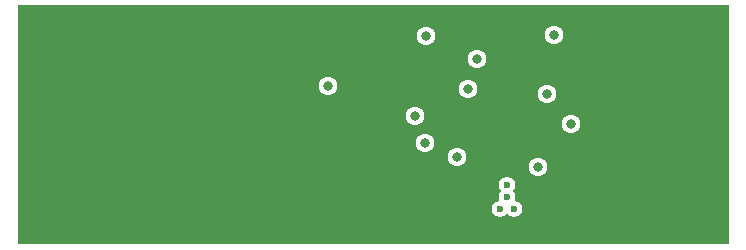
<source format=gbr>
%FSLAX34Y34*%
%MOMM*%
%LNCOPPER_INNER1*%
G71*
G01*
%ADD10C,1.600*%
%ADD11C,1.400*%
%ADD12C,0.600*%
%ADD13C,0.800*%
%LPD*%
G36*
X0Y1000000D02*
X602000Y1000000D01*
X602000Y798000D01*
X0Y798000D01*
X0Y1000000D01*
G37*
%LPC*%
X468500Y899300D02*
G54D10*
D03*
X454300Y974800D02*
G54D10*
D03*
X408100Y827300D02*
G54D11*
D03*
X413900Y847700D02*
G54D11*
D03*
X413800Y837900D02*
G54D11*
D03*
X420000Y827600D02*
G54D11*
D03*
X344830Y883298D02*
G54D10*
D03*
X440600Y863200D02*
G54D10*
D03*
X371975Y871329D02*
G54D10*
D03*
X389000Y954900D02*
G54D10*
D03*
X336200Y906000D02*
G54D10*
D03*
X345300Y974000D02*
G54D10*
D03*
X262256Y931891D02*
G54D10*
D03*
X381400Y929600D02*
G54D10*
D03*
X448400Y925300D02*
G54D10*
D03*
%LPD*%
X394019Y912595D02*
G54D12*
D03*
X400019Y912595D02*
G54D12*
D03*
X406019Y912595D02*
G54D12*
D03*
X412019Y912595D02*
G54D12*
D03*
X394019Y906595D02*
G54D12*
D03*
X400019Y906595D02*
G54D12*
D03*
X406019Y906595D02*
G54D12*
D03*
X412019Y906595D02*
G54D12*
D03*
X394019Y900595D02*
G54D12*
D03*
X400019Y900595D02*
G54D12*
D03*
X406019Y900595D02*
G54D12*
D03*
X412019Y900595D02*
G54D12*
D03*
X394019Y894595D02*
G54D12*
D03*
X400019Y894595D02*
G54D12*
D03*
X406019Y894595D02*
G54D12*
D03*
X412019Y894595D02*
G54D12*
D03*
X418019Y912595D02*
G54D12*
D03*
X424019Y912595D02*
G54D12*
D03*
X418019Y906595D02*
G54D12*
D03*
X424019Y906595D02*
G54D12*
D03*
X418019Y900595D02*
G54D12*
D03*
X424019Y900595D02*
G54D12*
D03*
X418019Y894595D02*
G54D12*
D03*
X424019Y894595D02*
G54D12*
D03*
X394019Y888595D02*
G54D12*
D03*
X400019Y888595D02*
G54D12*
D03*
X406019Y888595D02*
G54D12*
D03*
X412019Y888595D02*
G54D12*
D03*
X394019Y882595D02*
G54D12*
D03*
X400019Y882595D02*
G54D12*
D03*
X406019Y882595D02*
G54D12*
D03*
X412019Y882595D02*
G54D12*
D03*
X418019Y888595D02*
G54D12*
D03*
X424019Y888595D02*
G54D12*
D03*
X418019Y882595D02*
G54D12*
D03*
X424019Y882595D02*
G54D12*
D03*
X452364Y914113D02*
G54D12*
D03*
X485864Y915113D02*
G54D12*
D03*
X485864Y921113D02*
G54D12*
D03*
X485864Y927113D02*
G54D12*
D03*
X495357Y932076D02*
G54D12*
D03*
X495396Y938314D02*
G54D12*
D03*
X491774Y926878D02*
G54D12*
D03*
X468500Y899300D02*
G54D13*
D03*
X454300Y974800D02*
G54D13*
D03*
X408100Y827300D02*
G54D12*
D03*
X413900Y847700D02*
G54D12*
D03*
X413800Y837900D02*
G54D12*
D03*
X420000Y827600D02*
G54D12*
D03*
X344830Y883298D02*
G54D13*
D03*
X493084Y881954D02*
G54D12*
D03*
X498814Y884192D02*
G54D12*
D03*
X504176Y887167D02*
G54D12*
D03*
X509079Y890862D02*
G54D12*
D03*
X513331Y895238D02*
G54D12*
D03*
X516906Y900134D02*
G54D12*
D03*
X519682Y905619D02*
G54D12*
D03*
X521925Y911318D02*
G54D12*
D03*
X524574Y916790D02*
G54D12*
D03*
X527901Y921917D02*
G54D12*
D03*
X531720Y926693D02*
G54D12*
D03*
X536093Y930911D02*
G54D12*
D03*
X540948Y934548D02*
G54D12*
D03*
X546146Y937618D02*
G54D12*
D03*
X551718Y940056D02*
G54D12*
D03*
X557516Y941841D02*
G54D12*
D03*
X563530Y942901D02*
G54D12*
D03*
X574514Y939183D02*
G54D12*
D03*
X580836Y939216D02*
G54D12*
D03*
X586961Y939348D02*
G54D12*
D03*
X593255Y939269D02*
G54D12*
D03*
X593322Y927339D02*
G54D12*
D03*
X573542Y960664D02*
G54D12*
D03*
X579631Y960656D02*
G54D12*
D03*
X585776Y960716D02*
G54D12*
D03*
X591966Y960751D02*
G54D12*
D03*
X595437Y965817D02*
G54D12*
D03*
X576584Y966053D02*
G54D12*
D03*
X582920Y966438D02*
G54D12*
D03*
X502401Y879253D02*
G54D12*
D03*
X513022Y873567D02*
G54D12*
D03*
X571905Y860641D02*
G54D12*
D03*
X577969Y860618D02*
G54D12*
D03*
X584001Y860624D02*
G54D12*
D03*
X590039Y860630D02*
G54D12*
D03*
X596080Y860618D02*
G54D12*
D03*
X594379Y866464D02*
G54D12*
D03*
X593873Y872464D02*
G54D12*
D03*
X593873Y879164D02*
G54D12*
D03*
X593873Y885264D02*
G54D12*
D03*
X593873Y892264D02*
G54D12*
D03*
X593873Y899264D02*
G54D12*
D03*
X593873Y906264D02*
G54D12*
D03*
X593873Y913264D02*
G54D12*
D03*
X593873Y920264D02*
G54D12*
D03*
X507867Y876704D02*
G54D12*
D03*
X576094Y866337D02*
G54D12*
D03*
X582104Y866352D02*
G54D12*
D03*
X588311Y866381D02*
G54D12*
D03*
X485640Y865805D02*
G54D12*
D03*
X491022Y868743D02*
G54D12*
D03*
X493272Y850445D02*
G54D12*
D03*
X570833Y839566D02*
G54D12*
D03*
X576854Y839341D02*
G54D12*
D03*
X582913Y839312D02*
G54D12*
D03*
X589016Y839337D02*
G54D12*
D03*
X595117Y839384D02*
G54D12*
D03*
X573597Y834213D02*
G54D12*
D03*
X579844Y834102D02*
G54D12*
D03*
X585989Y834006D02*
G54D12*
D03*
X592020Y834168D02*
G54D12*
D03*
X467610Y865896D02*
G54D12*
D03*
X479616Y865896D02*
G54D12*
D03*
X473587Y865871D02*
G54D12*
D03*
X579873Y921264D02*
G54D12*
D03*
X567873Y921264D02*
G54D12*
D03*
X554873Y921264D02*
G54D12*
D03*
X554873Y908264D02*
G54D12*
D03*
X567873Y908264D02*
G54D12*
D03*
X579873Y908264D02*
G54D12*
D03*
X554873Y895264D02*
G54D12*
D03*
X567873Y895264D02*
G54D12*
D03*
X579873Y895264D02*
G54D12*
D03*
X579873Y881264D02*
G54D12*
D03*
X567628Y881609D02*
G54D12*
D03*
X554873Y881264D02*
G54D12*
D03*
X540873Y881264D02*
G54D12*
D03*
X540873Y895264D02*
G54D12*
D03*
X541873Y908264D02*
G54D12*
D03*
X547873Y874264D02*
G54D12*
D03*
X561873Y873264D02*
G54D12*
D03*
X573873Y872264D02*
G54D12*
D03*
X584873Y872264D02*
G54D12*
D03*
X466373Y972264D02*
G54D12*
D03*
X499373Y965264D02*
G54D12*
D03*
X511373Y959264D02*
G54D12*
D03*
X525873Y968264D02*
G54D12*
D03*
X547873Y976264D02*
G54D12*
D03*
X570873Y977264D02*
G54D12*
D03*
X582438Y977273D02*
G54D12*
D03*
X521873Y980264D02*
G54D12*
D03*
X501873Y978264D02*
G54D12*
D03*
X467873Y979264D02*
G54D12*
D03*
X483873Y979264D02*
G54D12*
D03*
X474373Y979264D02*
G54D12*
D03*
X475087Y972058D02*
G54D12*
D03*
X492373Y972264D02*
G54D12*
D03*
X486690Y964926D02*
G54D12*
D03*
X513310Y969628D02*
G54D12*
D03*
X535873Y979264D02*
G54D12*
D03*
X440600Y863200D02*
G54D13*
D03*
X498995Y852679D02*
G54D12*
D03*
X512761Y836608D02*
G54D12*
D03*
X368605Y806050D02*
G54D12*
D03*
X361046Y806502D02*
G54D12*
D03*
X371975Y871329D02*
G54D13*
D03*
X404542Y817820D02*
G54D12*
D03*
X404619Y805042D02*
G54D12*
D03*
X416729Y806012D02*
G54D12*
D03*
X426729Y806512D02*
G54D12*
D03*
X436729Y806512D02*
G54D12*
D03*
X446729Y806512D02*
G54D12*
D03*
X456729Y806512D02*
G54D12*
D03*
X466729Y806512D02*
G54D12*
D03*
X476729Y806512D02*
G54D12*
D03*
X486729Y806512D02*
G54D12*
D03*
X496729Y806512D02*
G54D12*
D03*
X506729Y806512D02*
G54D12*
D03*
X516729Y806512D02*
G54D12*
D03*
X526729Y806512D02*
G54D12*
D03*
X536729Y806512D02*
G54D12*
D03*
X546729Y806512D02*
G54D12*
D03*
X556729Y806512D02*
G54D12*
D03*
X566729Y806512D02*
G54D12*
D03*
X576729Y806512D02*
G54D12*
D03*
X586729Y806512D02*
G54D12*
D03*
X593600Y827000D02*
G54D12*
D03*
X593600Y817000D02*
G54D12*
D03*
X593600Y807000D02*
G54D12*
D03*
X536729Y991512D02*
G54D12*
D03*
X546729Y991512D02*
G54D12*
D03*
X556729Y991512D02*
G54D12*
D03*
X566729Y991512D02*
G54D12*
D03*
X576729Y991512D02*
G54D12*
D03*
X586729Y991512D02*
G54D12*
D03*
X593601Y991622D02*
G54D12*
D03*
X593601Y981622D02*
G54D12*
D03*
X593601Y971623D02*
G54D12*
D03*
X476729Y991512D02*
G54D12*
D03*
X486729Y991512D02*
G54D12*
D03*
X496729Y991512D02*
G54D12*
D03*
X506729Y991512D02*
G54D12*
D03*
X516729Y991512D02*
G54D12*
D03*
X526729Y991512D02*
G54D12*
D03*
X416729Y991512D02*
G54D12*
D03*
X426729Y991512D02*
G54D12*
D03*
X436729Y991512D02*
G54D12*
D03*
X446729Y991512D02*
G54D12*
D03*
X456729Y991512D02*
G54D12*
D03*
X466729Y991512D02*
G54D12*
D03*
X356729Y991512D02*
G54D12*
D03*
X366729Y991512D02*
G54D12*
D03*
X376729Y991512D02*
G54D12*
D03*
X386729Y991512D02*
G54D12*
D03*
X396729Y991512D02*
G54D12*
D03*
X406729Y991512D02*
G54D12*
D03*
X296729Y991512D02*
G54D12*
D03*
X306729Y991512D02*
G54D12*
D03*
X316729Y991512D02*
G54D12*
D03*
X326729Y991512D02*
G54D12*
D03*
X336729Y991512D02*
G54D12*
D03*
X346729Y991512D02*
G54D12*
D03*
X236729Y991512D02*
G54D12*
D03*
X246729Y991512D02*
G54D12*
D03*
X256729Y991512D02*
G54D12*
D03*
X266729Y991512D02*
G54D12*
D03*
X276729Y991512D02*
G54D12*
D03*
X286729Y991512D02*
G54D12*
D03*
X176729Y991512D02*
G54D12*
D03*
X186729Y991512D02*
G54D12*
D03*
X196729Y991512D02*
G54D12*
D03*
X206729Y991512D02*
G54D12*
D03*
X216729Y991512D02*
G54D12*
D03*
X226729Y991512D02*
G54D12*
D03*
X301729Y806512D02*
G54D12*
D03*
X311729Y806512D02*
G54D12*
D03*
X321729Y806512D02*
G54D12*
D03*
X331729Y806512D02*
G54D12*
D03*
X341729Y806512D02*
G54D12*
D03*
X351729Y806512D02*
G54D12*
D03*
X241729Y806512D02*
G54D12*
D03*
X251729Y806512D02*
G54D12*
D03*
X261729Y806512D02*
G54D12*
D03*
X271729Y806512D02*
G54D12*
D03*
X281729Y806512D02*
G54D12*
D03*
X291729Y806512D02*
G54D12*
D03*
X181729Y806512D02*
G54D12*
D03*
X191729Y806512D02*
G54D12*
D03*
X201729Y806512D02*
G54D12*
D03*
X211729Y806512D02*
G54D12*
D03*
X221729Y806512D02*
G54D12*
D03*
X231729Y806512D02*
G54D12*
D03*
X389000Y954900D02*
G54D13*
D03*
X336200Y906000D02*
G54D13*
D03*
X345300Y974000D02*
G54D13*
D03*
X241788Y941977D02*
G54D12*
D03*
X241788Y918877D02*
G54D12*
D03*
X241788Y895777D02*
G54D12*
D03*
X241823Y874578D02*
G54D12*
D03*
X241751Y853579D02*
G54D12*
D03*
X241752Y832079D02*
G54D12*
D03*
X241756Y843191D02*
G54D12*
D03*
X241756Y864091D02*
G54D12*
D03*
X241756Y884991D02*
G54D12*
D03*
X241756Y905891D02*
G54D12*
D03*
X241756Y931891D02*
G54D12*
D03*
X235288Y918877D02*
G54D12*
D03*
X229288Y918877D02*
G54D12*
D03*
X223288Y918877D02*
G54D12*
D03*
X248288Y918877D02*
G54D12*
D03*
X209438Y918877D02*
G54D12*
D03*
X216150Y918950D02*
G54D12*
D03*
X262256Y931891D02*
G54D13*
D03*
X121729Y806512D02*
G54D12*
D03*
X131729Y806512D02*
G54D12*
D03*
X141729Y806512D02*
G54D12*
D03*
X151729Y806512D02*
G54D12*
D03*
X161729Y806512D02*
G54D12*
D03*
X171729Y806512D02*
G54D12*
D03*
X61729Y806512D02*
G54D12*
D03*
X71729Y806512D02*
G54D12*
D03*
X81729Y806512D02*
G54D12*
D03*
X91729Y806512D02*
G54D12*
D03*
X101729Y806512D02*
G54D12*
D03*
X111729Y806512D02*
G54D12*
D03*
X8229Y981512D02*
G54D12*
D03*
X8229Y971512D02*
G54D12*
D03*
X8229Y961512D02*
G54D12*
D03*
X8229Y951512D02*
G54D12*
D03*
X8229Y941512D02*
G54D12*
D03*
X8229Y931512D02*
G54D12*
D03*
X116729Y991512D02*
G54D12*
D03*
X126729Y991512D02*
G54D12*
D03*
X136729Y991512D02*
G54D12*
D03*
X146729Y991512D02*
G54D12*
D03*
X156729Y991512D02*
G54D12*
D03*
X166729Y991512D02*
G54D12*
D03*
X56729Y991512D02*
G54D12*
D03*
X66729Y991512D02*
G54D12*
D03*
X76729Y991512D02*
G54D12*
D03*
X86729Y991512D02*
G54D12*
D03*
X96729Y991512D02*
G54D12*
D03*
X106729Y991512D02*
G54D12*
D03*
X8229Y990012D02*
G54D12*
D03*
X16729Y991512D02*
G54D12*
D03*
X26729Y991512D02*
G54D12*
D03*
X36729Y991512D02*
G54D12*
D03*
X46729Y991512D02*
G54D12*
D03*
X11729Y806512D02*
G54D12*
D03*
X21729Y806512D02*
G54D12*
D03*
X31729Y806512D02*
G54D12*
D03*
X41729Y806512D02*
G54D12*
D03*
X51729Y806512D02*
G54D12*
D03*
X8229Y921512D02*
G54D12*
D03*
X8229Y911512D02*
G54D12*
D03*
X8229Y901512D02*
G54D12*
D03*
X8229Y891512D02*
G54D12*
D03*
X8229Y881512D02*
G54D12*
D03*
X8229Y871512D02*
G54D12*
D03*
X8229Y861512D02*
G54D12*
D03*
X8229Y851512D02*
G54D12*
D03*
X8229Y841512D02*
G54D12*
D03*
X8229Y831512D02*
G54D12*
D03*
X8229Y821512D02*
G54D12*
D03*
X8229Y813012D02*
G54D12*
D03*
X178288Y853150D02*
G54D12*
D03*
X187812Y853150D02*
G54D12*
D03*
X197338Y853150D02*
G54D12*
D03*
X203688Y827388D02*
G54D12*
D03*
X210038Y821038D02*
G54D12*
D03*
X216388Y816275D02*
G54D12*
D03*
X176700Y816275D02*
G54D12*
D03*
X187812Y816275D02*
G54D12*
D03*
X197338Y816275D02*
G54D12*
D03*
X205275Y816275D02*
G54D12*
D03*
X168762Y840088D02*
G54D12*
D03*
X168762Y856788D02*
G54D12*
D03*
X168762Y867075D02*
G54D12*
D03*
X168762Y878188D02*
G54D12*
D03*
X168762Y889300D02*
G54D12*
D03*
X168762Y897238D02*
G54D12*
D03*
X168762Y903588D02*
G54D12*
D03*
X165300Y918700D02*
G54D12*
D03*
X168762Y913112D02*
G54D12*
D03*
X168762Y924225D02*
G54D12*
D03*
X168762Y933750D02*
G54D12*
D03*
X168762Y944862D02*
G54D12*
D03*
X179875Y946500D02*
G54D12*
D03*
X189988Y946500D02*
G54D12*
D03*
X200512Y946500D02*
G54D12*
D03*
X206862Y971850D02*
G54D12*
D03*
X215212Y981200D02*
G54D12*
D03*
X202100Y979788D02*
G54D12*
D03*
X192575Y979788D02*
G54D12*
D03*
X181462Y979788D02*
G54D12*
D03*
X168762Y979788D02*
G54D12*
D03*
X22712Y978200D02*
G54D12*
D03*
X56050Y978200D02*
G54D12*
D03*
X89388Y978200D02*
G54D12*
D03*
X122725Y978200D02*
G54D12*
D03*
X149712Y978200D02*
G54D12*
D03*
X25888Y821038D02*
G54D12*
D03*
X56050Y821038D02*
G54D12*
D03*
X89388Y821038D02*
G54D12*
D03*
X122725Y821038D02*
G54D12*
D03*
X149712Y821038D02*
G54D12*
D03*
X38588Y949625D02*
G54D12*
D03*
X125900Y941688D02*
G54D12*
D03*
X81450Y914700D02*
G54D12*
D03*
X76688Y949625D02*
G54D12*
D03*
X138600Y871838D02*
G54D12*
D03*
X105262Y898825D02*
G54D12*
D03*
X119550Y843262D02*
G54D12*
D03*
X86212Y848025D02*
G54D12*
D03*
X37000Y900412D02*
G54D12*
D03*
X62400Y881362D02*
G54D12*
D03*
X44938Y846438D02*
G54D12*
D03*
X103675Y870250D02*
G54D12*
D03*
X30650Y873425D02*
G54D12*
D03*
X419148Y966714D02*
G54D12*
D03*
X411897Y966714D02*
G54D12*
D03*
X381400Y929600D02*
G54D13*
D03*
X448400Y925300D02*
G54D13*
D03*
X457972Y919283D02*
G54D12*
D03*
X480520Y964799D02*
G54D12*
D03*
X493373Y950264D02*
G54D12*
D03*
X493373Y956264D02*
G54D12*
D03*
X492373Y962264D02*
G54D12*
D03*
X474520Y964799D02*
G54D12*
D03*
X468520Y964799D02*
G54D12*
D03*
X462520Y964799D02*
G54D12*
D03*
X456520Y963799D02*
G54D12*
D03*
X497577Y924380D02*
G54D12*
D03*
X495336Y944570D02*
G54D12*
D03*
X501903Y929244D02*
G54D12*
D03*
X492207Y895768D02*
G54D12*
D03*
X497461Y898745D02*
G54D12*
D03*
X502014Y902715D02*
G54D12*
D03*
X505658Y907566D02*
G54D12*
D03*
X508172Y913044D02*
G54D12*
D03*
X410552Y817579D02*
G54D12*
D03*
X416608Y818148D02*
G54D12*
D03*
X422621Y817914D02*
G54D12*
D03*
X427700Y821190D02*
G54D12*
D03*
X404570Y811411D02*
G54D12*
D03*
X432808Y824460D02*
G54D12*
D03*
X438996Y824869D02*
G54D12*
D03*
X445067Y824781D02*
G54D12*
D03*
X410602Y811532D02*
G54D12*
D03*
X416580Y812130D02*
G54D12*
D03*
X410740Y805427D02*
G54D12*
D03*
X422694Y811803D02*
G54D12*
D03*
X431084Y811066D02*
G54D12*
D03*
X433508Y818360D02*
G54D12*
D03*
X439580Y818797D02*
G54D12*
D03*
X445239Y815649D02*
G54D12*
D03*
X332543Y844013D02*
G54D12*
D03*
X325425Y844062D02*
G54D12*
D03*
X318975Y844047D02*
G54D12*
D03*
X333924Y850121D02*
G54D12*
D03*
X325247Y850886D02*
G54D12*
D03*
X317689Y850856D02*
G54D12*
D03*
X335097Y925105D02*
G54D12*
D03*
X335264Y931150D02*
G54D12*
D03*
X374149Y847806D02*
G54D12*
D03*
X375231Y825280D02*
G54D12*
D03*
X375231Y819280D02*
G54D12*
D03*
X375231Y813280D02*
G54D12*
D03*
X254288Y918877D02*
G54D12*
D03*
X260288Y918877D02*
G54D12*
D03*
X375231Y807280D02*
G54D12*
D03*
X277907Y850904D02*
G54D12*
D03*
X285907Y850904D02*
G54D12*
D03*
X293907Y850904D02*
G54D12*
D03*
X301907Y850904D02*
G54D12*
D03*
X309907Y850904D02*
G54D12*
D03*
X284907Y843904D02*
G54D12*
D03*
X290907Y838904D02*
G54D12*
D03*
X296641Y836240D02*
G54D12*
D03*
X302972Y836176D02*
G54D12*
D03*
X308010Y840375D02*
G54D12*
D03*
X314138Y840356D02*
G54D12*
D03*
X297416Y843540D02*
G54D12*
D03*
X369384Y814861D02*
G54D12*
D03*
X363072Y814813D02*
G54D12*
D03*
X356660Y814663D02*
G54D12*
D03*
X350149Y814764D02*
G54D12*
D03*
X343787Y814762D02*
G54D12*
D03*
X336850Y811736D02*
G54D12*
D03*
X326567Y811736D02*
G54D12*
D03*
X316319Y811849D02*
G54D12*
D03*
X306710Y811829D02*
G54D12*
D03*
X296620Y811730D02*
G54D12*
D03*
X286431Y811332D02*
G54D12*
D03*
X280521Y812930D02*
G54D12*
D03*
X275987Y817380D02*
G54D12*
D03*
X271595Y821616D02*
G54D12*
D03*
X267351Y825962D02*
G54D12*
D03*
X263076Y830468D02*
G54D12*
D03*
X255821Y830016D02*
G54D12*
D03*
X248234Y830033D02*
G54D12*
D03*
X235271Y829845D02*
G54D12*
D03*
X228295Y829845D02*
G54D12*
D03*
X230168Y819380D02*
G54D12*
D03*
X251421Y819186D02*
G54D12*
D03*
X486907Y826904D02*
G54D12*
D03*
X492907Y826904D02*
G54D12*
D03*
X498410Y829622D02*
G54D12*
D03*
X504473Y830567D02*
G54D12*
D03*
X510636Y830467D02*
G54D12*
D03*
X479347Y859872D02*
G54D12*
D03*
X488562Y860365D02*
G54D12*
D03*
X493271Y856413D02*
G54D12*
D03*
X496705Y866602D02*
G54D12*
D03*
X502390Y864212D02*
G54D12*
D03*
X507817Y860853D02*
G54D12*
D03*
X513372Y857816D02*
G54D12*
D03*
X518798Y854845D02*
G54D12*
D03*
X524419Y852584D02*
G54D12*
D03*
X529974Y850517D02*
G54D12*
D03*
X535788Y848514D02*
G54D12*
D03*
X541731Y846899D02*
G54D12*
D03*
X547633Y845692D02*
G54D12*
D03*
X553572Y844575D02*
G54D12*
D03*
X559630Y843811D02*
G54D12*
D03*
X565246Y841723D02*
G54D12*
D03*
X566216Y835711D02*
G54D12*
D03*
X560519Y837811D02*
G54D12*
D03*
X554533Y838594D02*
G54D12*
D03*
X548588Y839740D02*
G54D12*
D03*
X542712Y840958D02*
G54D12*
D03*
X536847Y842502D02*
G54D12*
D03*
X531102Y844470D02*
G54D12*
D03*
X525352Y846546D02*
G54D12*
D03*
X519662Y848808D02*
G54D12*
D03*
X513468Y851696D02*
G54D12*
D03*
X508056Y854776D02*
G54D12*
D03*
X502689Y857470D02*
G54D12*
D03*
X497557Y860620D02*
G54D12*
D03*
X499901Y846571D02*
G54D12*
D03*
X507406Y846571D02*
G54D12*
D03*
X513072Y843191D02*
G54D12*
D03*
X451510Y813700D02*
G54D12*
D03*
X470906Y813669D02*
G54D12*
D03*
X494724Y817746D02*
G54D12*
D03*
X507434Y817506D02*
G54D12*
D03*
X517746Y824221D02*
G54D12*
D03*
X522302Y832134D02*
G54D12*
D03*
X521264Y838286D02*
G54D12*
D03*
X534053Y833813D02*
G54D12*
D03*
X523022Y817266D02*
G54D12*
D03*
X536451Y817986D02*
G54D12*
D03*
X545564Y829017D02*
G54D12*
D03*
X550120Y818705D02*
G54D12*
D03*
X560671Y827338D02*
G54D12*
D03*
X564748Y818225D02*
G54D12*
D03*
X575300Y826139D02*
G54D12*
D03*
X579856Y818225D02*
G54D12*
D03*
X518231Y870482D02*
G54D12*
D03*
X523582Y867700D02*
G54D12*
D03*
X529076Y865251D02*
G54D12*
D03*
X534786Y863112D02*
G54D12*
D03*
X540508Y861180D02*
G54D12*
D03*
X546320Y859666D02*
G54D12*
D03*
X552286Y858449D02*
G54D12*
D03*
X558350Y857754D02*
G54D12*
D03*
X564414Y857406D02*
G54D12*
D03*
X566252Y863221D02*
G54D12*
D03*
X560189Y863668D02*
G54D12*
D03*
X554076Y864264D02*
G54D12*
D03*
X548012Y865507D02*
G54D12*
D03*
X541998Y867048D02*
G54D12*
D03*
X536133Y869036D02*
G54D12*
D03*
X530428Y871177D02*
G54D12*
D03*
X524885Y873662D02*
G54D12*
D03*
X519572Y876376D02*
G54D12*
D03*
X514322Y879400D02*
G54D12*
D03*
X508505Y882764D02*
G54D12*
D03*
X513272Y886512D02*
G54D12*
D03*
X517553Y890839D02*
G54D12*
D03*
X521089Y895806D02*
G54D12*
D03*
X523891Y901218D02*
G54D12*
D03*
X525994Y906881D02*
G54D12*
D03*
X528670Y912271D02*
G54D12*
D03*
X532020Y917495D02*
G54D12*
D03*
X535842Y922170D02*
G54D12*
D03*
X540253Y926492D02*
G54D12*
D03*
X545134Y930050D02*
G54D12*
D03*
X550426Y933255D02*
G54D12*
D03*
X555962Y935661D02*
G54D12*
D03*
X561896Y937128D02*
G54D12*
D03*
X568491Y939471D02*
G54D12*
D03*
X566840Y933635D02*
G54D12*
D03*
X572857Y933364D02*
G54D12*
D03*
X578876Y933531D02*
G54D12*
D03*
X584984Y933618D02*
G54D12*
D03*
X524907Y883904D02*
G54D12*
D03*
X532288Y891697D02*
G54D12*
D03*
X545941Y919557D02*
G54D12*
D03*
X412423Y983372D02*
G54D12*
D03*
X419572Y983486D02*
G54D12*
D03*
X510438Y918612D02*
G54D12*
D03*
X513173Y924052D02*
G54D12*
D03*
X516495Y929197D02*
G54D12*
D03*
X520288Y933961D02*
G54D12*
D03*
X524552Y938400D02*
G54D12*
D03*
X529109Y942399D02*
G54D12*
D03*
X534078Y945986D02*
G54D12*
D03*
X539341Y949044D02*
G54D12*
D03*
X544810Y951720D02*
G54D12*
D03*
X550554Y953811D02*
G54D12*
D03*
X556472Y955321D02*
G54D12*
D03*
X562428Y956231D02*
G54D12*
D03*
X567488Y959657D02*
G54D12*
D03*
X504358Y917928D02*
G54D12*
D03*
X506919Y923853D02*
G54D12*
D03*
X510208Y929434D02*
G54D12*
D03*
X514144Y934862D02*
G54D12*
D03*
X518659Y939794D02*
G54D12*
D03*
X523342Y944337D02*
G54D12*
D03*
X528449Y948404D02*
G54D12*
D03*
X534012Y952028D02*
G54D12*
D03*
X539703Y955086D02*
G54D12*
D03*
X545780Y957717D02*
G54D12*
D03*
X552162Y959657D02*
G54D12*
D03*
X558600Y961009D02*
G54D12*
D03*
X563673Y964375D02*
G54D12*
D03*
X569690Y965325D02*
G54D12*
D03*
X588974Y966098D02*
G54D12*
D03*
X502695Y938298D02*
G54D12*
D03*
X501702Y949504D02*
G54D12*
D03*
X501702Y957021D02*
G54D12*
D03*
X511064Y946383D02*
G54D12*
D03*
X523830Y958014D02*
G54D12*
D03*
X540567Y966525D02*
G54D12*
D03*
X555461Y968369D02*
G54D12*
D03*
X560709Y978723D02*
G54D12*
D03*
X355907Y980904D02*
G54D12*
D03*
X363056Y980940D02*
G54D12*
D03*
X360907Y974904D02*
G54D12*
D03*
X364907Y962904D02*
G54D12*
D03*
X364907Y956904D02*
G54D12*
D03*
X363907Y968904D02*
G54D12*
D03*
X341907Y961904D02*
G54D12*
D03*
X341963Y952618D02*
G54D12*
D03*
X338783Y938104D02*
G54D12*
D03*
X332024Y938046D02*
G54D12*
D03*
X331907Y944904D02*
G54D12*
D03*
X338907Y944904D02*
G54D12*
D03*
X322907Y953904D02*
G54D12*
D03*
X321907Y961904D02*
G54D12*
D03*
X313907Y961904D02*
G54D12*
D03*
X313907Y954904D02*
G54D12*
D03*
X315907Y948904D02*
G54D12*
D03*
X310907Y944904D02*
G54D12*
D03*
X308907Y937904D02*
G54D12*
D03*
X314907Y937904D02*
G54D12*
D03*
X292907Y944904D02*
G54D12*
D03*
X292907Y938904D02*
G54D12*
D03*
X294913Y933255D02*
G54D12*
D03*
X287907Y933904D02*
G54D12*
D03*
X281907Y932904D02*
G54D12*
D03*
X281907Y926904D02*
G54D12*
D03*
X281907Y919904D02*
G54D12*
D03*
X287907Y916904D02*
G54D12*
D03*
X293907Y916904D02*
G54D12*
D03*
X284907Y944904D02*
G54D12*
D03*
X276907Y944904D02*
G54D12*
D03*
X273907Y938904D02*
G54D12*
D03*
X273907Y931904D02*
G54D12*
D03*
X272907Y925860D02*
G54D12*
D03*
X268394Y921392D02*
G54D12*
D03*
X266152Y909882D02*
G54D12*
D03*
X265599Y915974D02*
G54D12*
D03*
X271174Y906372D02*
G54D12*
D03*
X271999Y900366D02*
G54D12*
D03*
X272222Y894251D02*
G54D12*
D03*
X278712Y898908D02*
G54D12*
D03*
X285808Y898799D02*
G54D12*
D03*
X293231Y898799D02*
G54D12*
D03*
X294105Y904804D02*
G54D12*
D03*
X294084Y910858D02*
G54D12*
D03*
X287729Y906231D02*
G54D12*
D03*
X279320Y908830D02*
G54D12*
D03*
X275344Y916820D02*
G54D12*
D03*
X204907Y848904D02*
G54D12*
D03*
X210907Y842904D02*
G54D12*
D03*
X215907Y836904D02*
G54D12*
D03*
X219907Y829904D02*
G54D12*
D03*
X209907Y944904D02*
G54D12*
D03*
X217212Y943409D02*
G54D12*
D03*
X224907Y946904D02*
G54D12*
D03*
X232907Y946904D02*
G54D12*
D03*
X215186Y974926D02*
G54D12*
D03*
X214869Y968429D02*
G54D12*
D03*
X215054Y961616D02*
G54D12*
D03*
X218671Y949603D02*
G54D12*
D03*
X215067Y955241D02*
G54D12*
D03*
X206907Y951904D02*
G54D12*
D03*
X206907Y962904D02*
G54D12*
D03*
X188907Y965904D02*
G54D12*
D03*
X168907Y962904D02*
G54D12*
D03*
X137907Y918904D02*
G54D12*
D03*
X146907Y890904D02*
G54D12*
D03*
X145907Y842904D02*
G54D12*
D03*
X148907Y952904D02*
G54D12*
D03*
X303662Y844911D02*
G54D12*
D03*
X290907Y873904D02*
G54D12*
D03*
X281828Y873802D02*
G54D12*
D03*
X457903Y813867D02*
G54D12*
D03*
X464510Y813700D02*
G54D12*
D03*
X591224Y933398D02*
G54D12*
D03*
M02*

</source>
